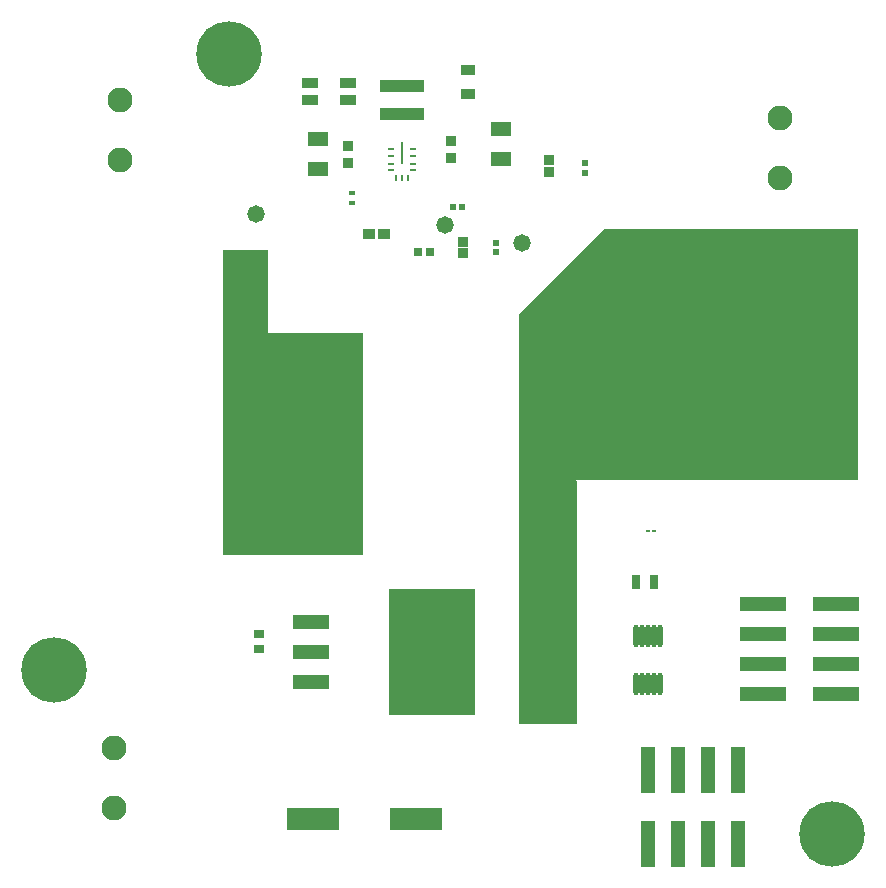
<source format=gts>
G04*
G04 #@! TF.GenerationSoftware,Altium Limited,Altium Designer,22.9.1 (49)*
G04*
G04 Layer_Color=8388736*
%FSLAX25Y25*%
%MOIN*%
G70*
G04*
G04 #@! TF.SameCoordinates,F90F1F70-A081-4BF1-957E-811509834440*
G04*
G04*
G04 #@! TF.FilePolarity,Negative*
G04*
G01*
G75*
%ADD15R,0.02362X0.00984*%
%ADD16R,0.00984X0.02362*%
%ADD17R,0.06717X0.04546*%
%ADD19R,0.05000X0.15512*%
%ADD20R,0.01394X0.01034*%
%ADD21R,0.02631X0.02648*%
%ADD22R,0.17323X0.07480*%
%ADD23R,0.15512X0.05000*%
%ADD28R,0.03591X0.03775*%
%ADD29R,0.01860X0.01843*%
%ADD30R,0.01843X0.01860*%
%ADD31R,0.05315X0.03740*%
%ADD32R,0.04749X0.03765*%
%ADD34R,0.14567X0.03858*%
%ADD35R,0.03197X0.02985*%
%ADD36R,0.04453X0.03591*%
%ADD37R,0.01968X0.01575*%
%ADD38R,0.00984X0.07185*%
%ADD39O,0.01981X0.07493*%
%ADD40R,0.29147X0.42139*%
%ADD41R,0.12020X0.04934*%
%ADD42R,0.03241X0.03398*%
%ADD43R,0.03359X0.03359*%
%ADD44R,0.02572X0.04540*%
%ADD45C,0.08300*%
%ADD46C,0.21800*%
%ADD47C,0.05800*%
G36*
X89500Y192500D02*
X121000D01*
Y118500D01*
X74500D01*
Y220000D01*
X89500D01*
Y192500D01*
D02*
G37*
G36*
X286000Y143500D02*
X192000D01*
X192500Y143000D01*
Y62000D01*
X173000D01*
Y198500D01*
X201500Y227000D01*
X286000D01*
Y143500D01*
D02*
G37*
D15*
X137575Y253941D02*
D03*
Y251382D02*
D03*
Y248823D02*
D03*
Y246854D02*
D03*
X130488D02*
D03*
Y248823D02*
D03*
Y251382D02*
D03*
Y253941D02*
D03*
D16*
X136000Y244000D02*
D03*
X134031D02*
D03*
X132063D02*
D03*
D17*
X106000Y257023D02*
D03*
X167000Y260523D02*
D03*
Y250477D02*
D03*
X106000Y246977D02*
D03*
D19*
X246000Y46744D02*
D03*
X236000D02*
D03*
X226000D02*
D03*
X216000D02*
D03*
X246000Y22256D02*
D03*
X236000D02*
D03*
X226000D02*
D03*
X216000D02*
D03*
D20*
X218000Y126500D02*
D03*
X215998D02*
D03*
D21*
X139523Y219500D02*
D03*
X143477D02*
D03*
D22*
X104374Y30500D02*
D03*
X138626D02*
D03*
D23*
X254256Y102000D02*
D03*
Y92000D02*
D03*
Y82000D02*
D03*
Y72000D02*
D03*
X278744Y102000D02*
D03*
Y92000D02*
D03*
Y82000D02*
D03*
Y72000D02*
D03*
D28*
X150500Y256361D02*
D03*
Y250639D02*
D03*
X116000Y254861D02*
D03*
Y249139D02*
D03*
D29*
X165500Y222583D02*
D03*
Y219417D02*
D03*
X195000Y245917D02*
D03*
Y249083D02*
D03*
D30*
X151000Y234500D02*
D03*
X154166D02*
D03*
D31*
X116000Y270000D02*
D03*
Y275905D02*
D03*
X103529Y270000D02*
D03*
Y275905D02*
D03*
D32*
X156000Y271965D02*
D03*
Y280035D02*
D03*
D34*
X134000Y274665D02*
D03*
Y265335D02*
D03*
D35*
X86500Y87032D02*
D03*
Y91969D02*
D03*
D36*
X122957Y225500D02*
D03*
X128000D02*
D03*
D37*
X117500Y239075D02*
D03*
Y235925D02*
D03*
D38*
X134031Y252614D02*
D03*
D39*
X219937Y91571D02*
D03*
X217969D02*
D03*
X216000D02*
D03*
X214032D02*
D03*
X212063D02*
D03*
X219937Y75429D02*
D03*
X217969D02*
D03*
X216000D02*
D03*
X214032D02*
D03*
X212063D02*
D03*
D40*
X144000Y86000D02*
D03*
D41*
X103842Y76000D02*
D03*
Y86000D02*
D03*
Y96000D02*
D03*
D42*
X154500Y222732D02*
D03*
Y219268D02*
D03*
D43*
X183000Y246063D02*
D03*
Y250000D02*
D03*
D44*
X211949Y109500D02*
D03*
X218051D02*
D03*
D45*
X260000Y264000D02*
D03*
Y244000D02*
D03*
X38000Y34000D02*
D03*
Y54000D02*
D03*
X40000Y250000D02*
D03*
Y270000D02*
D03*
D46*
X18000Y80000D02*
D03*
X271000Y197000D02*
D03*
X277500Y25500D02*
D03*
X76500Y285500D02*
D03*
D47*
X85500Y232000D02*
D03*
X151000Y97000D02*
D03*
Y86000D02*
D03*
Y75000D02*
D03*
X145500Y80500D02*
D03*
Y91500D02*
D03*
X140000Y97000D02*
D03*
Y86000D02*
D03*
Y75000D02*
D03*
X148500Y228500D02*
D03*
X174000Y222500D02*
D03*
M02*

</source>
